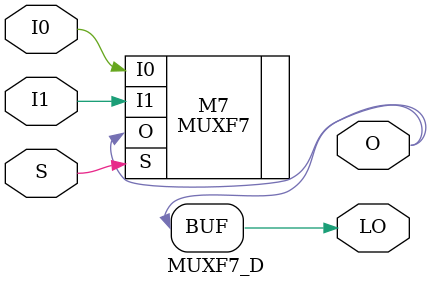
<source format=v>

`timescale  1 ps / 1 ps


module MUXF7_D (LO, O, I0, I1, S);

    output LO, O;
    wire   LO;

    input  I0, I1, S;

    MUXF7 M7 (.O(O), .I0(I0), .I1(I1), .S(S));

    assign LO = O;

endmodule



</source>
